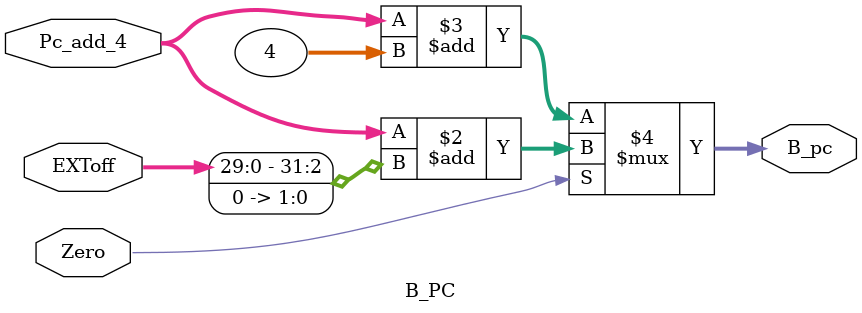
<source format=v>
`timescale 1ns / 1ps
module B_PC(
    input [31:0] Pc_add_4,
    input [31:0] EXToff,
    input Zero,
    output [31:0] B_pc
    );
	assign B_pc=(Zero)?(Pc_add_4+(EXToff<<2)):(Pc_add_4+4);

endmodule

</source>
